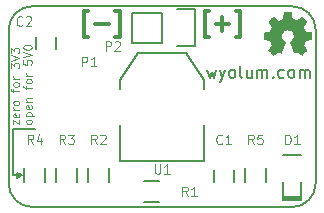
<source format=gto>
G04 #@! TF.FileFunction,Legend,Top*
%FSLAX46Y46*%
G04 Gerber Fmt 4.6, Leading zero omitted, Abs format (unit mm)*
G04 Created by KiCad (PCBNEW 0.201506162246+5763~23~ubuntu14.10.1-product) date Thu Jun 18 16:41:26 2015*
%MOMM*%
G01*
G04 APERTURE LIST*
%ADD10C,0.100000*%
%ADD11C,0.200000*%
%ADD12C,0.300000*%
%ADD13C,0.002540*%
%ADD14C,0.150000*%
%ADD15C,0.120000*%
%ADD16R,2.032000X2.032000*%
%ADD17O,2.032000X2.032000*%
%ADD18R,3.657600X2.032000*%
%ADD19R,1.016000X2.032000*%
%ADD20R,1.300000X1.500000*%
%ADD21R,1.500000X1.300000*%
%ADD22R,1.198880X1.198880*%
%ADD23R,1.250000X1.500000*%
%ADD24C,3.800000*%
G04 APERTURE END LIST*
D10*
X113000000Y-106500000D02*
X113000000Y-93500000D01*
X89000000Y-108500000D02*
X111000000Y-108500000D01*
X87000000Y-93500000D02*
X87000000Y-106500000D01*
X111000000Y-91500000D02*
X89000000Y-91500000D01*
X113000000Y-93500000D02*
G75*
G03X111000000Y-91500000I-2000000J0D01*
G01*
X111000000Y-108500000D02*
G75*
G03X113000000Y-106500000I0J2000000D01*
G01*
X87000000Y-106500000D02*
G75*
G03X89000000Y-108500000I2000000J0D01*
G01*
X89000000Y-91500000D02*
G75*
G03X87000000Y-93500000I0J-2000000D01*
G01*
D11*
X103819048Y-96885714D02*
X104009524Y-97552381D01*
X104200001Y-97076190D01*
X104390477Y-97552381D01*
X104580953Y-96885714D01*
X104866667Y-96885714D02*
X105104762Y-97552381D01*
X105342858Y-96885714D02*
X105104762Y-97552381D01*
X105009524Y-97790476D01*
X104961905Y-97838095D01*
X104866667Y-97885714D01*
X105866667Y-97552381D02*
X105771429Y-97504762D01*
X105723810Y-97457143D01*
X105676191Y-97361905D01*
X105676191Y-97076190D01*
X105723810Y-96980952D01*
X105771429Y-96933333D01*
X105866667Y-96885714D01*
X106009525Y-96885714D01*
X106104763Y-96933333D01*
X106152382Y-96980952D01*
X106200001Y-97076190D01*
X106200001Y-97361905D01*
X106152382Y-97457143D01*
X106104763Y-97504762D01*
X106009525Y-97552381D01*
X105866667Y-97552381D01*
X106771429Y-97552381D02*
X106676191Y-97504762D01*
X106628572Y-97409524D01*
X106628572Y-96552381D01*
X107580954Y-96885714D02*
X107580954Y-97552381D01*
X107152382Y-96885714D02*
X107152382Y-97409524D01*
X107200001Y-97504762D01*
X107295239Y-97552381D01*
X107438097Y-97552381D01*
X107533335Y-97504762D01*
X107580954Y-97457143D01*
X108057144Y-97552381D02*
X108057144Y-96885714D01*
X108057144Y-96980952D02*
X108104763Y-96933333D01*
X108200001Y-96885714D01*
X108342859Y-96885714D01*
X108438097Y-96933333D01*
X108485716Y-97028571D01*
X108485716Y-97552381D01*
X108485716Y-97028571D02*
X108533335Y-96933333D01*
X108628573Y-96885714D01*
X108771430Y-96885714D01*
X108866668Y-96933333D01*
X108914287Y-97028571D01*
X108914287Y-97552381D01*
X109390477Y-97457143D02*
X109438096Y-97504762D01*
X109390477Y-97552381D01*
X109342858Y-97504762D01*
X109390477Y-97457143D01*
X109390477Y-97552381D01*
X110295239Y-97504762D02*
X110200001Y-97552381D01*
X110009524Y-97552381D01*
X109914286Y-97504762D01*
X109866667Y-97457143D01*
X109819048Y-97361905D01*
X109819048Y-97076190D01*
X109866667Y-96980952D01*
X109914286Y-96933333D01*
X110009524Y-96885714D01*
X110200001Y-96885714D01*
X110295239Y-96933333D01*
X110866667Y-97552381D02*
X110771429Y-97504762D01*
X110723810Y-97457143D01*
X110676191Y-97361905D01*
X110676191Y-97076190D01*
X110723810Y-96980952D01*
X110771429Y-96933333D01*
X110866667Y-96885714D01*
X111009525Y-96885714D01*
X111104763Y-96933333D01*
X111152382Y-96980952D01*
X111200001Y-97076190D01*
X111200001Y-97361905D01*
X111152382Y-97457143D01*
X111104763Y-97504762D01*
X111009525Y-97552381D01*
X110866667Y-97552381D01*
X111628572Y-97552381D02*
X111628572Y-96885714D01*
X111628572Y-96980952D02*
X111676191Y-96933333D01*
X111771429Y-96885714D01*
X111914287Y-96885714D01*
X112009525Y-96933333D01*
X112057144Y-97028571D01*
X112057144Y-97552381D01*
X112057144Y-97028571D02*
X112104763Y-96933333D01*
X112200001Y-96885714D01*
X112342858Y-96885714D01*
X112438096Y-96933333D01*
X112485715Y-97028571D01*
X112485715Y-97552381D01*
X87700000Y-106000000D02*
X88100000Y-105800000D01*
X87700000Y-105600000D02*
X87700000Y-106000000D01*
X88100000Y-105800000D02*
X87700000Y-105600000D01*
X87400000Y-105800000D02*
X88100000Y-105800000D01*
X87400000Y-101900000D02*
X87400000Y-105800000D01*
X89200000Y-101900000D02*
X87400000Y-101900000D01*
D10*
X87410000Y-101500000D02*
X87410000Y-101133333D01*
X87876667Y-101500000D01*
X87876667Y-101133333D01*
X87843333Y-100600000D02*
X87876667Y-100666666D01*
X87876667Y-100800000D01*
X87843333Y-100866666D01*
X87776667Y-100900000D01*
X87510000Y-100900000D01*
X87443333Y-100866666D01*
X87410000Y-100800000D01*
X87410000Y-100666666D01*
X87443333Y-100600000D01*
X87510000Y-100566666D01*
X87576667Y-100566666D01*
X87643333Y-100900000D01*
X87876667Y-100266666D02*
X87410000Y-100266666D01*
X87543333Y-100266666D02*
X87476667Y-100233333D01*
X87443333Y-100200000D01*
X87410000Y-100133333D01*
X87410000Y-100066666D01*
X87876667Y-99733333D02*
X87843333Y-99800000D01*
X87810000Y-99833333D01*
X87743333Y-99866667D01*
X87543333Y-99866667D01*
X87476667Y-99833333D01*
X87443333Y-99800000D01*
X87410000Y-99733333D01*
X87410000Y-99633333D01*
X87443333Y-99566667D01*
X87476667Y-99533333D01*
X87543333Y-99500000D01*
X87743333Y-99500000D01*
X87810000Y-99533333D01*
X87843333Y-99566667D01*
X87876667Y-99633333D01*
X87876667Y-99733333D01*
X87410000Y-98766667D02*
X87410000Y-98500001D01*
X87876667Y-98666667D02*
X87276667Y-98666667D01*
X87210000Y-98633334D01*
X87176667Y-98566667D01*
X87176667Y-98500001D01*
X87876667Y-98166667D02*
X87843333Y-98233334D01*
X87810000Y-98266667D01*
X87743333Y-98300001D01*
X87543333Y-98300001D01*
X87476667Y-98266667D01*
X87443333Y-98233334D01*
X87410000Y-98166667D01*
X87410000Y-98066667D01*
X87443333Y-98000001D01*
X87476667Y-97966667D01*
X87543333Y-97933334D01*
X87743333Y-97933334D01*
X87810000Y-97966667D01*
X87843333Y-98000001D01*
X87876667Y-98066667D01*
X87876667Y-98166667D01*
X87876667Y-97633334D02*
X87410000Y-97633334D01*
X87543333Y-97633334D02*
X87476667Y-97600001D01*
X87443333Y-97566668D01*
X87410000Y-97500001D01*
X87410000Y-97433334D01*
X87176667Y-96733335D02*
X87176667Y-96300002D01*
X87443333Y-96533335D01*
X87443333Y-96433335D01*
X87476667Y-96366668D01*
X87510000Y-96333335D01*
X87576667Y-96300002D01*
X87743333Y-96300002D01*
X87810000Y-96333335D01*
X87843333Y-96366668D01*
X87876667Y-96433335D01*
X87876667Y-96633335D01*
X87843333Y-96700002D01*
X87810000Y-96733335D01*
X87176667Y-96100001D02*
X87876667Y-95866668D01*
X87176667Y-95633335D01*
X87176667Y-95466668D02*
X87176667Y-95033335D01*
X87443333Y-95266668D01*
X87443333Y-95166668D01*
X87476667Y-95100001D01*
X87510000Y-95066668D01*
X87576667Y-95033335D01*
X87743333Y-95033335D01*
X87810000Y-95066668D01*
X87843333Y-95100001D01*
X87876667Y-95166668D01*
X87876667Y-95366668D01*
X87843333Y-95433335D01*
X87810000Y-95466668D01*
X88956667Y-101333333D02*
X88923333Y-101400000D01*
X88890000Y-101433333D01*
X88823333Y-101466667D01*
X88623333Y-101466667D01*
X88556667Y-101433333D01*
X88523333Y-101400000D01*
X88490000Y-101333333D01*
X88490000Y-101233333D01*
X88523333Y-101166667D01*
X88556667Y-101133333D01*
X88623333Y-101100000D01*
X88823333Y-101100000D01*
X88890000Y-101133333D01*
X88923333Y-101166667D01*
X88956667Y-101233333D01*
X88956667Y-101333333D01*
X88490000Y-100800000D02*
X89190000Y-100800000D01*
X88523333Y-100800000D02*
X88490000Y-100733334D01*
X88490000Y-100600000D01*
X88523333Y-100533334D01*
X88556667Y-100500000D01*
X88623333Y-100466667D01*
X88823333Y-100466667D01*
X88890000Y-100500000D01*
X88923333Y-100533334D01*
X88956667Y-100600000D01*
X88956667Y-100733334D01*
X88923333Y-100800000D01*
X88923333Y-99900001D02*
X88956667Y-99966667D01*
X88956667Y-100100001D01*
X88923333Y-100166667D01*
X88856667Y-100200001D01*
X88590000Y-100200001D01*
X88523333Y-100166667D01*
X88490000Y-100100001D01*
X88490000Y-99966667D01*
X88523333Y-99900001D01*
X88590000Y-99866667D01*
X88656667Y-99866667D01*
X88723333Y-100200001D01*
X88490000Y-99566667D02*
X88956667Y-99566667D01*
X88556667Y-99566667D02*
X88523333Y-99533334D01*
X88490000Y-99466667D01*
X88490000Y-99366667D01*
X88523333Y-99300001D01*
X88590000Y-99266667D01*
X88956667Y-99266667D01*
X88490000Y-98500001D02*
X88490000Y-98233335D01*
X88956667Y-98400001D02*
X88356667Y-98400001D01*
X88290000Y-98366668D01*
X88256667Y-98300001D01*
X88256667Y-98233335D01*
X88956667Y-97900001D02*
X88923333Y-97966668D01*
X88890000Y-98000001D01*
X88823333Y-98033335D01*
X88623333Y-98033335D01*
X88556667Y-98000001D01*
X88523333Y-97966668D01*
X88490000Y-97900001D01*
X88490000Y-97800001D01*
X88523333Y-97733335D01*
X88556667Y-97700001D01*
X88623333Y-97666668D01*
X88823333Y-97666668D01*
X88890000Y-97700001D01*
X88923333Y-97733335D01*
X88956667Y-97800001D01*
X88956667Y-97900001D01*
X88956667Y-97366668D02*
X88490000Y-97366668D01*
X88623333Y-97366668D02*
X88556667Y-97333335D01*
X88523333Y-97300002D01*
X88490000Y-97233335D01*
X88490000Y-97166668D01*
X88256667Y-96066669D02*
X88256667Y-96400002D01*
X88590000Y-96433336D01*
X88556667Y-96400002D01*
X88523333Y-96333336D01*
X88523333Y-96166669D01*
X88556667Y-96100002D01*
X88590000Y-96066669D01*
X88656667Y-96033336D01*
X88823333Y-96033336D01*
X88890000Y-96066669D01*
X88923333Y-96100002D01*
X88956667Y-96166669D01*
X88956667Y-96333336D01*
X88923333Y-96400002D01*
X88890000Y-96433336D01*
X88256667Y-95833335D02*
X88956667Y-95600002D01*
X88256667Y-95366669D01*
X88256667Y-95000002D02*
X88256667Y-94933335D01*
X88290000Y-94866669D01*
X88323333Y-94833335D01*
X88390000Y-94800002D01*
X88523333Y-94766669D01*
X88690000Y-94766669D01*
X88823333Y-94800002D01*
X88890000Y-94833335D01*
X88923333Y-94866669D01*
X88956667Y-94933335D01*
X88956667Y-95000002D01*
X88923333Y-95066669D01*
X88890000Y-95100002D01*
X88823333Y-95133335D01*
X88690000Y-95166669D01*
X88523333Y-95166669D01*
X88390000Y-95133335D01*
X88323333Y-95100002D01*
X88290000Y-95066669D01*
X88256667Y-95000002D01*
D12*
X93757143Y-94078571D02*
X93400000Y-94078571D01*
X93400000Y-91935714D01*
X93757143Y-91935714D01*
X94328572Y-93007143D02*
X95471429Y-93007143D01*
X96042858Y-94078571D02*
X96400001Y-94078571D01*
X96400001Y-91935714D01*
X96042858Y-91935714D01*
X103957143Y-94078571D02*
X103600000Y-94078571D01*
X103600000Y-91935714D01*
X103957143Y-91935714D01*
X104528572Y-93007143D02*
X105671429Y-93007143D01*
X105100000Y-93578571D02*
X105100000Y-92435714D01*
X106242858Y-94078571D02*
X106600001Y-94078571D01*
X106600001Y-91935714D01*
X106242858Y-91935714D01*
D13*
G36*
X109388420Y-95595780D02*
X109408740Y-95585620D01*
X109457000Y-95555140D01*
X109523040Y-95511960D01*
X109601780Y-95458620D01*
X109680520Y-95405280D01*
X109746560Y-95362100D01*
X109792280Y-95331620D01*
X109810060Y-95321460D01*
X109820220Y-95324000D01*
X109858320Y-95344320D01*
X109914200Y-95372260D01*
X109944680Y-95387500D01*
X109995480Y-95410360D01*
X110020880Y-95415440D01*
X110023420Y-95407820D01*
X110043740Y-95369720D01*
X110071680Y-95303680D01*
X110109780Y-95217320D01*
X110152960Y-95115720D01*
X110198680Y-95006500D01*
X110244400Y-94894740D01*
X110290120Y-94788060D01*
X110328220Y-94691540D01*
X110361240Y-94615340D01*
X110381560Y-94559460D01*
X110389180Y-94536600D01*
X110386640Y-94531520D01*
X110361240Y-94508660D01*
X110318060Y-94475640D01*
X110221540Y-94396900D01*
X110130100Y-94280060D01*
X110071680Y-94147980D01*
X110053900Y-94000660D01*
X110069140Y-93866040D01*
X110122480Y-93736500D01*
X110213920Y-93617120D01*
X110325680Y-93530760D01*
X110455220Y-93474880D01*
X110600000Y-93457100D01*
X110739700Y-93472340D01*
X110871780Y-93525680D01*
X110991160Y-93614580D01*
X111039420Y-93673000D01*
X111108000Y-93792380D01*
X111148640Y-93919380D01*
X111151180Y-93949860D01*
X111146100Y-94092100D01*
X111105460Y-94226720D01*
X111031800Y-94346100D01*
X110927660Y-94445160D01*
X110914960Y-94455320D01*
X110866700Y-94490880D01*
X110836220Y-94513740D01*
X110810820Y-94534060D01*
X110988620Y-94965860D01*
X111016560Y-95034440D01*
X111067360Y-95151280D01*
X111110540Y-95252880D01*
X111143560Y-95334160D01*
X111168960Y-95387500D01*
X111179120Y-95410360D01*
X111179120Y-95410360D01*
X111194360Y-95412900D01*
X111227380Y-95400200D01*
X111288340Y-95372260D01*
X111328980Y-95351940D01*
X111374700Y-95329080D01*
X111395020Y-95321460D01*
X111412800Y-95331620D01*
X111455980Y-95359560D01*
X111519480Y-95402740D01*
X111595680Y-95453540D01*
X111669340Y-95504340D01*
X111737920Y-95550060D01*
X111786180Y-95580540D01*
X111811580Y-95593240D01*
X111814120Y-95593240D01*
X111834440Y-95580540D01*
X111875080Y-95550060D01*
X111933500Y-95494180D01*
X112014780Y-95412900D01*
X112027480Y-95400200D01*
X112096060Y-95329080D01*
X112151940Y-95270660D01*
X112190040Y-95230020D01*
X112202740Y-95212240D01*
X112202740Y-95212240D01*
X112190040Y-95186840D01*
X112159560Y-95138580D01*
X112113840Y-95070000D01*
X112060500Y-94991260D01*
X111918260Y-94782980D01*
X111997000Y-94587400D01*
X112019860Y-94528980D01*
X112050340Y-94455320D01*
X112073200Y-94404520D01*
X112085900Y-94381660D01*
X112106220Y-94374040D01*
X112159560Y-94361340D01*
X112238300Y-94343560D01*
X112329740Y-94328320D01*
X112418640Y-94310540D01*
X112497380Y-94295300D01*
X112555800Y-94285140D01*
X112581200Y-94280060D01*
X112586280Y-94274980D01*
X112591360Y-94262280D01*
X112596440Y-94236880D01*
X112596440Y-94188620D01*
X112598980Y-94112420D01*
X112598980Y-94000660D01*
X112598980Y-93990500D01*
X112596440Y-93883820D01*
X112596440Y-93800000D01*
X112593900Y-93746660D01*
X112588820Y-93726340D01*
X112588820Y-93726340D01*
X112563420Y-93718720D01*
X112507540Y-93708560D01*
X112428800Y-93690780D01*
X112332280Y-93673000D01*
X112327200Y-93673000D01*
X112233220Y-93655220D01*
X112154480Y-93637440D01*
X112098600Y-93624740D01*
X112075740Y-93617120D01*
X112070660Y-93612040D01*
X112050340Y-93573940D01*
X112022400Y-93515520D01*
X111991920Y-93444400D01*
X111961440Y-93370740D01*
X111933500Y-93302160D01*
X111915720Y-93253900D01*
X111910640Y-93231040D01*
X111910640Y-93231040D01*
X111925880Y-93208180D01*
X111958900Y-93157380D01*
X112004620Y-93091340D01*
X112060500Y-93010060D01*
X112063040Y-93002440D01*
X112118920Y-92923700D01*
X112162100Y-92855120D01*
X112192580Y-92806860D01*
X112202740Y-92786540D01*
X112202740Y-92784000D01*
X112184960Y-92761140D01*
X112144320Y-92715420D01*
X112085900Y-92654460D01*
X112014780Y-92583340D01*
X111991920Y-92563020D01*
X111915720Y-92486820D01*
X111862380Y-92436020D01*
X111826820Y-92410620D01*
X111811580Y-92403000D01*
X111811580Y-92405540D01*
X111786180Y-92418240D01*
X111735380Y-92451260D01*
X111666800Y-92499520D01*
X111585520Y-92552860D01*
X111580440Y-92557940D01*
X111501700Y-92611280D01*
X111435660Y-92657000D01*
X111387400Y-92687480D01*
X111367080Y-92700180D01*
X111362000Y-92700180D01*
X111331520Y-92690020D01*
X111273100Y-92672240D01*
X111204520Y-92644300D01*
X111130860Y-92613820D01*
X111062280Y-92585880D01*
X111011480Y-92563020D01*
X110988620Y-92550320D01*
X110988620Y-92547780D01*
X110978460Y-92519840D01*
X110965760Y-92458880D01*
X110947980Y-92377600D01*
X110930200Y-92278540D01*
X110927660Y-92263300D01*
X110909880Y-92169320D01*
X110894640Y-92090580D01*
X110881940Y-92034700D01*
X110876860Y-92011840D01*
X110864160Y-92009300D01*
X110815900Y-92006760D01*
X110744780Y-92004220D01*
X110658420Y-92004220D01*
X110569520Y-92004220D01*
X110483160Y-92006760D01*
X110406960Y-92009300D01*
X110353620Y-92011840D01*
X110330760Y-92016920D01*
X110328220Y-92019460D01*
X110320600Y-92047400D01*
X110307900Y-92108360D01*
X110290120Y-92189640D01*
X110272340Y-92288700D01*
X110269800Y-92306480D01*
X110252020Y-92400460D01*
X110234240Y-92479200D01*
X110224080Y-92532540D01*
X110216460Y-92552860D01*
X110208840Y-92557940D01*
X110170740Y-92575720D01*
X110107240Y-92601120D01*
X110025960Y-92634140D01*
X109843080Y-92707800D01*
X109619560Y-92552860D01*
X109599240Y-92540160D01*
X109517960Y-92484280D01*
X109451920Y-92441100D01*
X109406200Y-92410620D01*
X109385880Y-92400460D01*
X109385880Y-92400460D01*
X109363020Y-92420780D01*
X109317300Y-92461420D01*
X109256340Y-92522380D01*
X109187760Y-92590960D01*
X109134420Y-92644300D01*
X109073460Y-92707800D01*
X109032820Y-92748440D01*
X109012500Y-92776380D01*
X109004880Y-92794160D01*
X109007420Y-92804320D01*
X109020120Y-92827180D01*
X109053140Y-92875440D01*
X109098860Y-92944020D01*
X109154740Y-93022760D01*
X109200460Y-93091340D01*
X109248720Y-93165000D01*
X109279200Y-93218340D01*
X109291900Y-93246280D01*
X109289360Y-93256440D01*
X109271580Y-93299620D01*
X109246180Y-93368200D01*
X109213160Y-93446940D01*
X109134420Y-93624740D01*
X109017580Y-93645060D01*
X108946460Y-93660300D01*
X108847400Y-93678080D01*
X108753420Y-93695860D01*
X108606100Y-93726340D01*
X108601020Y-94264820D01*
X108623880Y-94274980D01*
X108646740Y-94282600D01*
X108700080Y-94292760D01*
X108778820Y-94308000D01*
X108870260Y-94325780D01*
X108949000Y-94341020D01*
X109027740Y-94356260D01*
X109083620Y-94366420D01*
X109109020Y-94371500D01*
X109116640Y-94381660D01*
X109136960Y-94419760D01*
X109164900Y-94480720D01*
X109195380Y-94554380D01*
X109225860Y-94628040D01*
X109253800Y-94699160D01*
X109274120Y-94752500D01*
X109281740Y-94780440D01*
X109271580Y-94800760D01*
X109241100Y-94846480D01*
X109197920Y-94912520D01*
X109144580Y-94991260D01*
X109088700Y-95070000D01*
X109045520Y-95138580D01*
X109012500Y-95186840D01*
X108999800Y-95207160D01*
X109007420Y-95222400D01*
X109037900Y-95260500D01*
X109096320Y-95321460D01*
X109185220Y-95410360D01*
X109200460Y-95423060D01*
X109269040Y-95491640D01*
X109330000Y-95544980D01*
X109370640Y-95583080D01*
X109388420Y-95595780D01*
X109388420Y-95595780D01*
G37*
X109388420Y-95595780D02*
X109408740Y-95585620D01*
X109457000Y-95555140D01*
X109523040Y-95511960D01*
X109601780Y-95458620D01*
X109680520Y-95405280D01*
X109746560Y-95362100D01*
X109792280Y-95331620D01*
X109810060Y-95321460D01*
X109820220Y-95324000D01*
X109858320Y-95344320D01*
X109914200Y-95372260D01*
X109944680Y-95387500D01*
X109995480Y-95410360D01*
X110020880Y-95415440D01*
X110023420Y-95407820D01*
X110043740Y-95369720D01*
X110071680Y-95303680D01*
X110109780Y-95217320D01*
X110152960Y-95115720D01*
X110198680Y-95006500D01*
X110244400Y-94894740D01*
X110290120Y-94788060D01*
X110328220Y-94691540D01*
X110361240Y-94615340D01*
X110381560Y-94559460D01*
X110389180Y-94536600D01*
X110386640Y-94531520D01*
X110361240Y-94508660D01*
X110318060Y-94475640D01*
X110221540Y-94396900D01*
X110130100Y-94280060D01*
X110071680Y-94147980D01*
X110053900Y-94000660D01*
X110069140Y-93866040D01*
X110122480Y-93736500D01*
X110213920Y-93617120D01*
X110325680Y-93530760D01*
X110455220Y-93474880D01*
X110600000Y-93457100D01*
X110739700Y-93472340D01*
X110871780Y-93525680D01*
X110991160Y-93614580D01*
X111039420Y-93673000D01*
X111108000Y-93792380D01*
X111148640Y-93919380D01*
X111151180Y-93949860D01*
X111146100Y-94092100D01*
X111105460Y-94226720D01*
X111031800Y-94346100D01*
X110927660Y-94445160D01*
X110914960Y-94455320D01*
X110866700Y-94490880D01*
X110836220Y-94513740D01*
X110810820Y-94534060D01*
X110988620Y-94965860D01*
X111016560Y-95034440D01*
X111067360Y-95151280D01*
X111110540Y-95252880D01*
X111143560Y-95334160D01*
X111168960Y-95387500D01*
X111179120Y-95410360D01*
X111179120Y-95410360D01*
X111194360Y-95412900D01*
X111227380Y-95400200D01*
X111288340Y-95372260D01*
X111328980Y-95351940D01*
X111374700Y-95329080D01*
X111395020Y-95321460D01*
X111412800Y-95331620D01*
X111455980Y-95359560D01*
X111519480Y-95402740D01*
X111595680Y-95453540D01*
X111669340Y-95504340D01*
X111737920Y-95550060D01*
X111786180Y-95580540D01*
X111811580Y-95593240D01*
X111814120Y-95593240D01*
X111834440Y-95580540D01*
X111875080Y-95550060D01*
X111933500Y-95494180D01*
X112014780Y-95412900D01*
X112027480Y-95400200D01*
X112096060Y-95329080D01*
X112151940Y-95270660D01*
X112190040Y-95230020D01*
X112202740Y-95212240D01*
X112202740Y-95212240D01*
X112190040Y-95186840D01*
X112159560Y-95138580D01*
X112113840Y-95070000D01*
X112060500Y-94991260D01*
X111918260Y-94782980D01*
X111997000Y-94587400D01*
X112019860Y-94528980D01*
X112050340Y-94455320D01*
X112073200Y-94404520D01*
X112085900Y-94381660D01*
X112106220Y-94374040D01*
X112159560Y-94361340D01*
X112238300Y-94343560D01*
X112329740Y-94328320D01*
X112418640Y-94310540D01*
X112497380Y-94295300D01*
X112555800Y-94285140D01*
X112581200Y-94280060D01*
X112586280Y-94274980D01*
X112591360Y-94262280D01*
X112596440Y-94236880D01*
X112596440Y-94188620D01*
X112598980Y-94112420D01*
X112598980Y-94000660D01*
X112598980Y-93990500D01*
X112596440Y-93883820D01*
X112596440Y-93800000D01*
X112593900Y-93746660D01*
X112588820Y-93726340D01*
X112588820Y-93726340D01*
X112563420Y-93718720D01*
X112507540Y-93708560D01*
X112428800Y-93690780D01*
X112332280Y-93673000D01*
X112327200Y-93673000D01*
X112233220Y-93655220D01*
X112154480Y-93637440D01*
X112098600Y-93624740D01*
X112075740Y-93617120D01*
X112070660Y-93612040D01*
X112050340Y-93573940D01*
X112022400Y-93515520D01*
X111991920Y-93444400D01*
X111961440Y-93370740D01*
X111933500Y-93302160D01*
X111915720Y-93253900D01*
X111910640Y-93231040D01*
X111910640Y-93231040D01*
X111925880Y-93208180D01*
X111958900Y-93157380D01*
X112004620Y-93091340D01*
X112060500Y-93010060D01*
X112063040Y-93002440D01*
X112118920Y-92923700D01*
X112162100Y-92855120D01*
X112192580Y-92806860D01*
X112202740Y-92786540D01*
X112202740Y-92784000D01*
X112184960Y-92761140D01*
X112144320Y-92715420D01*
X112085900Y-92654460D01*
X112014780Y-92583340D01*
X111991920Y-92563020D01*
X111915720Y-92486820D01*
X111862380Y-92436020D01*
X111826820Y-92410620D01*
X111811580Y-92403000D01*
X111811580Y-92405540D01*
X111786180Y-92418240D01*
X111735380Y-92451260D01*
X111666800Y-92499520D01*
X111585520Y-92552860D01*
X111580440Y-92557940D01*
X111501700Y-92611280D01*
X111435660Y-92657000D01*
X111387400Y-92687480D01*
X111367080Y-92700180D01*
X111362000Y-92700180D01*
X111331520Y-92690020D01*
X111273100Y-92672240D01*
X111204520Y-92644300D01*
X111130860Y-92613820D01*
X111062280Y-92585880D01*
X111011480Y-92563020D01*
X110988620Y-92550320D01*
X110988620Y-92547780D01*
X110978460Y-92519840D01*
X110965760Y-92458880D01*
X110947980Y-92377600D01*
X110930200Y-92278540D01*
X110927660Y-92263300D01*
X110909880Y-92169320D01*
X110894640Y-92090580D01*
X110881940Y-92034700D01*
X110876860Y-92011840D01*
X110864160Y-92009300D01*
X110815900Y-92006760D01*
X110744780Y-92004220D01*
X110658420Y-92004220D01*
X110569520Y-92004220D01*
X110483160Y-92006760D01*
X110406960Y-92009300D01*
X110353620Y-92011840D01*
X110330760Y-92016920D01*
X110328220Y-92019460D01*
X110320600Y-92047400D01*
X110307900Y-92108360D01*
X110290120Y-92189640D01*
X110272340Y-92288700D01*
X110269800Y-92306480D01*
X110252020Y-92400460D01*
X110234240Y-92479200D01*
X110224080Y-92532540D01*
X110216460Y-92552860D01*
X110208840Y-92557940D01*
X110170740Y-92575720D01*
X110107240Y-92601120D01*
X110025960Y-92634140D01*
X109843080Y-92707800D01*
X109619560Y-92552860D01*
X109599240Y-92540160D01*
X109517960Y-92484280D01*
X109451920Y-92441100D01*
X109406200Y-92410620D01*
X109385880Y-92400460D01*
X109385880Y-92400460D01*
X109363020Y-92420780D01*
X109317300Y-92461420D01*
X109256340Y-92522380D01*
X109187760Y-92590960D01*
X109134420Y-92644300D01*
X109073460Y-92707800D01*
X109032820Y-92748440D01*
X109012500Y-92776380D01*
X109004880Y-92794160D01*
X109007420Y-92804320D01*
X109020120Y-92827180D01*
X109053140Y-92875440D01*
X109098860Y-92944020D01*
X109154740Y-93022760D01*
X109200460Y-93091340D01*
X109248720Y-93165000D01*
X109279200Y-93218340D01*
X109291900Y-93246280D01*
X109289360Y-93256440D01*
X109271580Y-93299620D01*
X109246180Y-93368200D01*
X109213160Y-93446940D01*
X109134420Y-93624740D01*
X109017580Y-93645060D01*
X108946460Y-93660300D01*
X108847400Y-93678080D01*
X108753420Y-93695860D01*
X108606100Y-93726340D01*
X108601020Y-94264820D01*
X108623880Y-94274980D01*
X108646740Y-94282600D01*
X108700080Y-94292760D01*
X108778820Y-94308000D01*
X108870260Y-94325780D01*
X108949000Y-94341020D01*
X109027740Y-94356260D01*
X109083620Y-94366420D01*
X109109020Y-94371500D01*
X109116640Y-94381660D01*
X109136960Y-94419760D01*
X109164900Y-94480720D01*
X109195380Y-94554380D01*
X109225860Y-94628040D01*
X109253800Y-94699160D01*
X109274120Y-94752500D01*
X109281740Y-94780440D01*
X109271580Y-94800760D01*
X109241100Y-94846480D01*
X109197920Y-94912520D01*
X109144580Y-94991260D01*
X109088700Y-95070000D01*
X109045520Y-95138580D01*
X109012500Y-95186840D01*
X108999800Y-95207160D01*
X109007420Y-95222400D01*
X109037900Y-95260500D01*
X109096320Y-95321460D01*
X109185220Y-95410360D01*
X109200460Y-95423060D01*
X109269040Y-95491640D01*
X109330000Y-95544980D01*
X109370640Y-95583080D01*
X109388420Y-95595780D01*
D14*
X100000000Y-94570000D02*
X97460000Y-94570000D01*
X102820000Y-94850000D02*
X101270000Y-94850000D01*
X100000000Y-94570000D02*
X100000000Y-92030000D01*
X101270000Y-91750000D02*
X102820000Y-91750000D01*
X102820000Y-91750000D02*
X102820000Y-94850000D01*
X100000000Y-92030000D02*
X97460000Y-92030000D01*
X97460000Y-92030000D02*
X97460000Y-94570000D01*
X96444000Y-101524000D02*
X96444000Y-104572000D01*
X96444000Y-104572000D02*
X103556000Y-104572000D01*
X103556000Y-104572000D02*
X103556000Y-101524000D01*
X96444000Y-98476000D02*
X96444000Y-97714000D01*
X96444000Y-97714000D02*
X97968000Y-95428000D01*
X97968000Y-95428000D02*
X102032000Y-95428000D01*
X102032000Y-95428000D02*
X103556000Y-97714000D01*
X103556000Y-97714000D02*
X103556000Y-98476000D01*
X108775000Y-105200000D02*
X108775000Y-106400000D01*
X107025000Y-106400000D02*
X107025000Y-105200000D01*
X88325000Y-106400000D02*
X88325000Y-105200000D01*
X90075000Y-105200000D02*
X90075000Y-106400000D01*
X91025000Y-106400000D02*
X91025000Y-105200000D01*
X92775000Y-105200000D02*
X92775000Y-106400000D01*
X95475000Y-105200000D02*
X95475000Y-106400000D01*
X93725000Y-106400000D02*
X93725000Y-105200000D01*
X98500000Y-106325000D02*
X99700000Y-106325000D01*
X99700000Y-108075000D02*
X98500000Y-108075000D01*
X110238000Y-104122000D02*
X111762000Y-104122000D01*
X111762000Y-107678000D02*
X111762000Y-106408000D01*
X110238000Y-107678000D02*
X110238000Y-106344500D01*
X110238000Y-107805000D02*
X111762000Y-107805000D01*
X111762000Y-107678000D02*
X111762000Y-107932000D01*
X111762000Y-107932000D02*
X110238000Y-107932000D01*
X110238000Y-107932000D02*
X110238000Y-107678000D01*
X110238000Y-107678000D02*
X111762000Y-107678000D01*
X89350000Y-94100000D02*
X89350000Y-95100000D01*
X91050000Y-95100000D02*
X91050000Y-94100000D01*
X106050000Y-106400000D02*
X106050000Y-105400000D01*
X104350000Y-105400000D02*
X104350000Y-106400000D01*
X111000000Y-91500000D02*
X89000000Y-91500000D01*
X113000000Y-106500000D02*
X113000000Y-93500000D01*
X89000000Y-108500000D02*
X111000000Y-108500000D01*
X87000000Y-93500000D02*
X87000000Y-106500000D01*
X113000000Y-93500000D02*
G75*
G03X111000000Y-91500000I-2000000J0D01*
G01*
X111000000Y-108500000D02*
G75*
G03X113000000Y-106500000I0J2000000D01*
G01*
X87000000Y-106500000D02*
G75*
G03X89000000Y-108500000I2000000J0D01*
G01*
X89000000Y-91500000D02*
G75*
G03X87000000Y-93500000I0J-2000000D01*
G01*
D15*
X95209524Y-95261905D02*
X95209524Y-94461905D01*
X95514286Y-94461905D01*
X95590477Y-94500000D01*
X95628572Y-94538095D01*
X95666667Y-94614286D01*
X95666667Y-94728571D01*
X95628572Y-94804762D01*
X95590477Y-94842857D01*
X95514286Y-94880952D01*
X95209524Y-94880952D01*
X95971429Y-94538095D02*
X96009524Y-94500000D01*
X96085715Y-94461905D01*
X96276191Y-94461905D01*
X96352381Y-94500000D01*
X96390477Y-94538095D01*
X96428572Y-94614286D01*
X96428572Y-94690476D01*
X96390477Y-94804762D01*
X95933334Y-95261905D01*
X96428572Y-95261905D01*
X99390476Y-104861905D02*
X99390476Y-105509524D01*
X99428571Y-105585714D01*
X99466667Y-105623810D01*
X99542857Y-105661905D01*
X99695238Y-105661905D01*
X99771429Y-105623810D01*
X99809524Y-105585714D01*
X99847619Y-105509524D01*
X99847619Y-104861905D01*
X100647619Y-105661905D02*
X100190476Y-105661905D01*
X100419047Y-105661905D02*
X100419047Y-104861905D01*
X100342857Y-104976190D01*
X100266666Y-105052381D01*
X100190476Y-105090476D01*
X107766667Y-103161905D02*
X107500000Y-102780952D01*
X107309524Y-103161905D02*
X107309524Y-102361905D01*
X107614286Y-102361905D01*
X107690477Y-102400000D01*
X107728572Y-102438095D01*
X107766667Y-102514286D01*
X107766667Y-102628571D01*
X107728572Y-102704762D01*
X107690477Y-102742857D01*
X107614286Y-102780952D01*
X107309524Y-102780952D01*
X108490477Y-102361905D02*
X108109524Y-102361905D01*
X108071429Y-102742857D01*
X108109524Y-102704762D01*
X108185715Y-102666667D01*
X108376191Y-102666667D01*
X108452381Y-102704762D01*
X108490477Y-102742857D01*
X108528572Y-102819048D01*
X108528572Y-103009524D01*
X108490477Y-103085714D01*
X108452381Y-103123810D01*
X108376191Y-103161905D01*
X108185715Y-103161905D01*
X108109524Y-103123810D01*
X108071429Y-103085714D01*
X89066667Y-103161905D02*
X88800000Y-102780952D01*
X88609524Y-103161905D02*
X88609524Y-102361905D01*
X88914286Y-102361905D01*
X88990477Y-102400000D01*
X89028572Y-102438095D01*
X89066667Y-102514286D01*
X89066667Y-102628571D01*
X89028572Y-102704762D01*
X88990477Y-102742857D01*
X88914286Y-102780952D01*
X88609524Y-102780952D01*
X89752381Y-102628571D02*
X89752381Y-103161905D01*
X89561905Y-102323810D02*
X89371429Y-102895238D01*
X89866667Y-102895238D01*
X91766667Y-103161905D02*
X91500000Y-102780952D01*
X91309524Y-103161905D02*
X91309524Y-102361905D01*
X91614286Y-102361905D01*
X91690477Y-102400000D01*
X91728572Y-102438095D01*
X91766667Y-102514286D01*
X91766667Y-102628571D01*
X91728572Y-102704762D01*
X91690477Y-102742857D01*
X91614286Y-102780952D01*
X91309524Y-102780952D01*
X92033334Y-102361905D02*
X92528572Y-102361905D01*
X92261905Y-102666667D01*
X92376191Y-102666667D01*
X92452381Y-102704762D01*
X92490477Y-102742857D01*
X92528572Y-102819048D01*
X92528572Y-103009524D01*
X92490477Y-103085714D01*
X92452381Y-103123810D01*
X92376191Y-103161905D01*
X92147619Y-103161905D01*
X92071429Y-103123810D01*
X92033334Y-103085714D01*
X94466667Y-103161905D02*
X94200000Y-102780952D01*
X94009524Y-103161905D02*
X94009524Y-102361905D01*
X94314286Y-102361905D01*
X94390477Y-102400000D01*
X94428572Y-102438095D01*
X94466667Y-102514286D01*
X94466667Y-102628571D01*
X94428572Y-102704762D01*
X94390477Y-102742857D01*
X94314286Y-102780952D01*
X94009524Y-102780952D01*
X94771429Y-102438095D02*
X94809524Y-102400000D01*
X94885715Y-102361905D01*
X95076191Y-102361905D01*
X95152381Y-102400000D01*
X95190477Y-102438095D01*
X95228572Y-102514286D01*
X95228572Y-102590476D01*
X95190477Y-102704762D01*
X94733334Y-103161905D01*
X95228572Y-103161905D01*
X102166667Y-107561905D02*
X101900000Y-107180952D01*
X101709524Y-107561905D02*
X101709524Y-106761905D01*
X102014286Y-106761905D01*
X102090477Y-106800000D01*
X102128572Y-106838095D01*
X102166667Y-106914286D01*
X102166667Y-107028571D01*
X102128572Y-107104762D01*
X102090477Y-107142857D01*
X102014286Y-107180952D01*
X101709524Y-107180952D01*
X102928572Y-107561905D02*
X102471429Y-107561905D01*
X102700000Y-107561905D02*
X102700000Y-106761905D01*
X102623810Y-106876190D01*
X102547619Y-106952381D01*
X102471429Y-106990476D01*
X110409524Y-103161905D02*
X110409524Y-102361905D01*
X110600000Y-102361905D01*
X110714286Y-102400000D01*
X110790477Y-102476190D01*
X110828572Y-102552381D01*
X110866667Y-102704762D01*
X110866667Y-102819048D01*
X110828572Y-102971429D01*
X110790477Y-103047619D01*
X110714286Y-103123810D01*
X110600000Y-103161905D01*
X110409524Y-103161905D01*
X111628572Y-103161905D02*
X111171429Y-103161905D01*
X111400000Y-103161905D02*
X111400000Y-102361905D01*
X111323810Y-102476190D01*
X111247619Y-102552381D01*
X111171429Y-102590476D01*
X88166667Y-93085714D02*
X88128572Y-93123810D01*
X88014286Y-93161905D01*
X87938096Y-93161905D01*
X87823810Y-93123810D01*
X87747619Y-93047619D01*
X87709524Y-92971429D01*
X87671429Y-92819048D01*
X87671429Y-92704762D01*
X87709524Y-92552381D01*
X87747619Y-92476190D01*
X87823810Y-92400000D01*
X87938096Y-92361905D01*
X88014286Y-92361905D01*
X88128572Y-92400000D01*
X88166667Y-92438095D01*
X88471429Y-92438095D02*
X88509524Y-92400000D01*
X88585715Y-92361905D01*
X88776191Y-92361905D01*
X88852381Y-92400000D01*
X88890477Y-92438095D01*
X88928572Y-92514286D01*
X88928572Y-92590476D01*
X88890477Y-92704762D01*
X88433334Y-93161905D01*
X88928572Y-93161905D01*
X105066667Y-103085714D02*
X105028572Y-103123810D01*
X104914286Y-103161905D01*
X104838096Y-103161905D01*
X104723810Y-103123810D01*
X104647619Y-103047619D01*
X104609524Y-102971429D01*
X104571429Y-102819048D01*
X104571429Y-102704762D01*
X104609524Y-102552381D01*
X104647619Y-102476190D01*
X104723810Y-102400000D01*
X104838096Y-102361905D01*
X104914286Y-102361905D01*
X105028572Y-102400000D01*
X105066667Y-102438095D01*
X105828572Y-103161905D02*
X105371429Y-103161905D01*
X105600000Y-103161905D02*
X105600000Y-102361905D01*
X105523810Y-102476190D01*
X105447619Y-102552381D01*
X105371429Y-102590476D01*
X93209524Y-96561905D02*
X93209524Y-95761905D01*
X93514286Y-95761905D01*
X93590477Y-95800000D01*
X93628572Y-95838095D01*
X93666667Y-95914286D01*
X93666667Y-96028571D01*
X93628572Y-96104762D01*
X93590477Y-96142857D01*
X93514286Y-96180952D01*
X93209524Y-96180952D01*
X94428572Y-96561905D02*
X93971429Y-96561905D01*
X94200000Y-96561905D02*
X94200000Y-95761905D01*
X94123810Y-95876190D01*
X94047619Y-95952381D01*
X93971429Y-95990476D01*
%LPC*%
D16*
X101270000Y-93300000D03*
D17*
X98730000Y-93300000D03*
D18*
X100000000Y-96698000D03*
D19*
X100000000Y-103302000D03*
X102286000Y-103302000D03*
X97714000Y-103302000D03*
D20*
X107900000Y-107150000D03*
X107900000Y-104450000D03*
X89200000Y-104450000D03*
X89200000Y-107150000D03*
X91900000Y-104450000D03*
X91900000Y-107150000D03*
X94600000Y-107150000D03*
X94600000Y-104450000D03*
D21*
X100450000Y-107200000D03*
X97750000Y-107200000D03*
D22*
X111000000Y-104850980D03*
X111000000Y-106949020D03*
D23*
X90200000Y-95850000D03*
X90200000Y-93350000D03*
X105200000Y-104650000D03*
X105200000Y-107150000D03*
D24*
X106350000Y-100000000D03*
X93650000Y-100000000D03*
M02*

</source>
